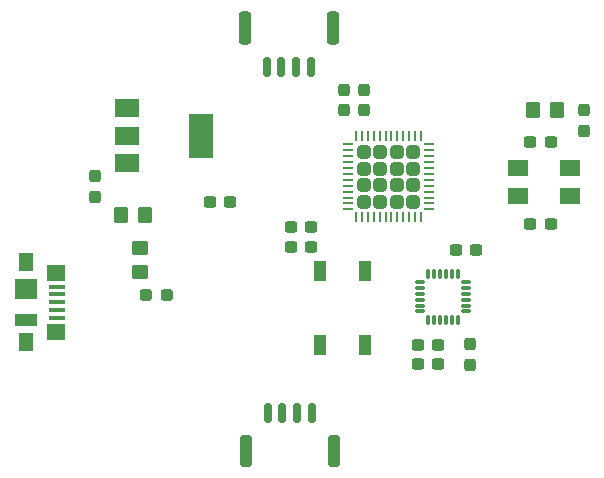
<source format=gbr>
%TF.GenerationSoftware,KiCad,Pcbnew,7.0.9*%
%TF.CreationDate,2025-06-07T20:57:36+05:30*%
%TF.ProjectId,flight_computer_rocketry,666c6967-6874-45f6-936f-6d7075746572,rev?*%
%TF.SameCoordinates,Original*%
%TF.FileFunction,Paste,Top*%
%TF.FilePolarity,Positive*%
%FSLAX46Y46*%
G04 Gerber Fmt 4.6, Leading zero omitted, Abs format (unit mm)*
G04 Created by KiCad (PCBNEW 7.0.9) date 2025-06-07 20:57:36*
%MOMM*%
%LPD*%
G01*
G04 APERTURE LIST*
G04 Aperture macros list*
%AMRoundRect*
0 Rectangle with rounded corners*
0 $1 Rounding radius*
0 $2 $3 $4 $5 $6 $7 $8 $9 X,Y pos of 4 corners*
0 Add a 4 corners polygon primitive as box body*
4,1,4,$2,$3,$4,$5,$6,$7,$8,$9,$2,$3,0*
0 Add four circle primitives for the rounded corners*
1,1,$1+$1,$2,$3*
1,1,$1+$1,$4,$5*
1,1,$1+$1,$6,$7*
1,1,$1+$1,$8,$9*
0 Add four rect primitives between the rounded corners*
20,1,$1+$1,$2,$3,$4,$5,0*
20,1,$1+$1,$4,$5,$6,$7,0*
20,1,$1+$1,$6,$7,$8,$9,0*
20,1,$1+$1,$8,$9,$2,$3,0*%
G04 Aperture macros list end*
%ADD10RoundRect,0.237500X-0.300000X-0.237500X0.300000X-0.237500X0.300000X0.237500X-0.300000X0.237500X0*%
%ADD11RoundRect,0.237500X0.237500X-0.287500X0.237500X0.287500X-0.237500X0.287500X-0.237500X-0.287500X0*%
%ADD12R,2.000000X1.500000*%
%ADD13R,2.000000X3.800000*%
%ADD14RoundRect,0.237500X-0.237500X0.300000X-0.237500X-0.300000X0.237500X-0.300000X0.237500X0.300000X0*%
%ADD15RoundRect,0.250000X-0.350000X-0.450000X0.350000X-0.450000X0.350000X0.450000X-0.350000X0.450000X0*%
%ADD16R,1.380000X0.450000*%
%ADD17R,1.300000X1.650000*%
%ADD18R,1.550000X1.425000*%
%ADD19R,1.900000X1.800000*%
%ADD20R,1.900000X1.000000*%
%ADD21RoundRect,0.150000X-0.150000X-0.700000X0.150000X-0.700000X0.150000X0.700000X-0.150000X0.700000X0*%
%ADD22RoundRect,0.250000X-0.250000X-1.100000X0.250000X-1.100000X0.250000X1.100000X-0.250000X1.100000X0*%
%ADD23RoundRect,0.250000X-0.450000X0.350000X-0.450000X-0.350000X0.450000X-0.350000X0.450000X0.350000X0*%
%ADD24R,1.800000X1.400000*%
%ADD25RoundRect,0.250000X0.315000X0.315000X-0.315000X0.315000X-0.315000X-0.315000X0.315000X-0.315000X0*%
%ADD26RoundRect,0.062500X0.375000X0.062500X-0.375000X0.062500X-0.375000X-0.062500X0.375000X-0.062500X0*%
%ADD27RoundRect,0.062500X0.062500X0.375000X-0.062500X0.375000X-0.062500X-0.375000X0.062500X-0.375000X0*%
%ADD28RoundRect,0.250000X-0.250000X-1.150000X0.250000X-1.150000X0.250000X1.150000X-0.250000X1.150000X0*%
%ADD29R,1.000000X1.700000*%
%ADD30RoundRect,0.237500X-0.237500X0.287500X-0.237500X-0.287500X0.237500X-0.287500X0.237500X0.287500X0*%
%ADD31RoundRect,0.075000X-0.350000X-0.075000X0.350000X-0.075000X0.350000X0.075000X-0.350000X0.075000X0*%
%ADD32RoundRect,0.075000X0.075000X-0.350000X0.075000X0.350000X-0.075000X0.350000X-0.075000X-0.350000X0*%
%ADD33RoundRect,0.250000X0.350000X0.450000X-0.350000X0.450000X-0.350000X-0.450000X0.350000X-0.450000X0*%
%ADD34RoundRect,0.237500X0.287500X0.237500X-0.287500X0.237500X-0.287500X-0.237500X0.287500X-0.237500X0*%
G04 APERTURE END LIST*
D10*
%TO.C,C14*%
X117247500Y-77343000D03*
X118972500Y-77343000D03*
%TD*%
D11*
%TO.C,D2*%
X142113000Y-67536000D03*
X142113000Y-65786000D03*
%TD*%
D12*
%TO.C,U1*%
X103378000Y-65645000D03*
X103378000Y-67945000D03*
D13*
X109678000Y-67945000D03*
D12*
X103378000Y-70245000D03*
%TD*%
D14*
%TO.C,C12*%
X123444000Y-64087500D03*
X123444000Y-65812500D03*
%TD*%
D15*
%TO.C,R2*%
X137811000Y-65786000D03*
X139811000Y-65786000D03*
%TD*%
D10*
%TO.C,C3*%
X128004000Y-87294000D03*
X129729000Y-87294000D03*
%TD*%
D16*
%TO.C,J1*%
X97472000Y-80742000D03*
X97472000Y-81392000D03*
X97472000Y-82042000D03*
X97472000Y-82692000D03*
X97472000Y-83342000D03*
D17*
X94812000Y-78667000D03*
D18*
X97387000Y-79554500D03*
D19*
X94812000Y-80892000D03*
D20*
X94812000Y-83592000D03*
D18*
X97387000Y-84529500D03*
D17*
X94812000Y-85417000D03*
%TD*%
D21*
%TO.C,J10*%
X115304000Y-91415000D03*
X116554000Y-91415000D03*
X117804000Y-91415000D03*
X119054000Y-91415000D03*
D22*
X113454000Y-94615000D03*
X120904000Y-94615000D03*
%TD*%
D23*
%TO.C,R3*%
X104521000Y-77486000D03*
X104521000Y-79486000D03*
%TD*%
D24*
%TO.C,Y1*%
X136468000Y-73082000D03*
X140868000Y-73082000D03*
X140868000Y-70682000D03*
X136468000Y-70682000D03*
%TD*%
D25*
%TO.C,U4*%
X127638000Y-73536000D03*
X127638000Y-72136000D03*
X127638000Y-70736000D03*
X127638000Y-69336000D03*
X126238000Y-73536000D03*
X126238000Y-72136000D03*
X126238000Y-70736000D03*
X126238000Y-69336000D03*
X124838000Y-73536000D03*
X124838000Y-72136000D03*
X124838000Y-70736000D03*
X124838000Y-69336000D03*
X123438000Y-73536000D03*
X123438000Y-72136000D03*
X123438000Y-70736000D03*
X123438000Y-69336000D03*
D26*
X128975500Y-74186000D03*
X128975500Y-73686000D03*
X128975500Y-73186000D03*
X128975500Y-72686000D03*
X128975500Y-72186000D03*
X128975500Y-71686000D03*
X128975500Y-71186000D03*
X128975500Y-70686000D03*
X128975500Y-70186000D03*
X128975500Y-69686000D03*
X128975500Y-69186000D03*
X128975500Y-68686000D03*
D27*
X128288000Y-67998500D03*
X127788000Y-67998500D03*
X127288000Y-67998500D03*
X126788000Y-67998500D03*
X126288000Y-67998500D03*
X125788000Y-67998500D03*
X125288000Y-67998500D03*
X124788000Y-67998500D03*
X124288000Y-67998500D03*
X123788000Y-67998500D03*
X123288000Y-67998500D03*
X122788000Y-67998500D03*
D26*
X122100500Y-68686000D03*
X122100500Y-69186000D03*
X122100500Y-69686000D03*
X122100500Y-70186000D03*
X122100500Y-70686000D03*
X122100500Y-71186000D03*
X122100500Y-71686000D03*
X122100500Y-72186000D03*
X122100500Y-72686000D03*
X122100500Y-73186000D03*
X122100500Y-73686000D03*
X122100500Y-74186000D03*
D27*
X122788000Y-74873500D03*
X123288000Y-74873500D03*
X123788000Y-74873500D03*
X124288000Y-74873500D03*
X124788000Y-74873500D03*
X125288000Y-74873500D03*
X125788000Y-74873500D03*
X126288000Y-74873500D03*
X126788000Y-74873500D03*
X127288000Y-74873500D03*
X127788000Y-74873500D03*
X128288000Y-74873500D03*
%TD*%
D14*
%TO.C,C5*%
X132453000Y-85624500D03*
X132453000Y-87349500D03*
%TD*%
D10*
%TO.C,C10*%
X137551500Y-68453000D03*
X139276500Y-68453000D03*
%TD*%
%TO.C,C4*%
X128004000Y-85643000D03*
X129729000Y-85643000D03*
%TD*%
D21*
%TO.C,J6*%
X115219000Y-62148000D03*
X116469000Y-62148000D03*
X117719000Y-62148000D03*
X118969000Y-62148000D03*
D28*
X113369000Y-58798000D03*
X120819000Y-58798000D03*
%TD*%
D10*
%TO.C,C17*%
X117274000Y-75692000D03*
X118999000Y-75692000D03*
%TD*%
%TO.C,C9*%
X137551500Y-75438000D03*
X139276500Y-75438000D03*
%TD*%
D29*
%TO.C,SW1*%
X119766000Y-85700000D03*
X119766000Y-79400000D03*
X123566000Y-85700000D03*
X123566000Y-79400000D03*
%TD*%
D30*
%TO.C,D1*%
X100711000Y-71388000D03*
X100711000Y-73138000D03*
%TD*%
D31*
%TO.C,U2*%
X128213000Y-80329000D03*
X128213000Y-80829000D03*
X128213000Y-81329000D03*
X128213000Y-81829000D03*
X128213000Y-82329000D03*
X128213000Y-82829000D03*
D32*
X128913000Y-83529000D03*
X129413000Y-83529000D03*
X129913000Y-83529000D03*
X130413000Y-83529000D03*
X130913000Y-83529000D03*
X131413000Y-83529000D03*
D31*
X132113000Y-82829000D03*
X132113000Y-82329000D03*
X132113000Y-81829000D03*
X132113000Y-81329000D03*
X132113000Y-80829000D03*
X132113000Y-80329000D03*
D32*
X131413000Y-79629000D03*
X130913000Y-79629000D03*
X130413000Y-79629000D03*
X129913000Y-79629000D03*
X129413000Y-79629000D03*
X128913000Y-79629000D03*
%TD*%
D10*
%TO.C,C16*%
X110389500Y-73533000D03*
X112114500Y-73533000D03*
%TD*%
%TO.C,C7*%
X131217500Y-77642000D03*
X132942500Y-77642000D03*
%TD*%
D33*
%TO.C,R1*%
X104886000Y-74676000D03*
X102886000Y-74676000D03*
%TD*%
D14*
%TO.C,C13*%
X121793000Y-64061000D03*
X121793000Y-65786000D03*
%TD*%
D34*
%TO.C,D3*%
X106793000Y-81407000D03*
X105043000Y-81407000D03*
%TD*%
M02*

</source>
